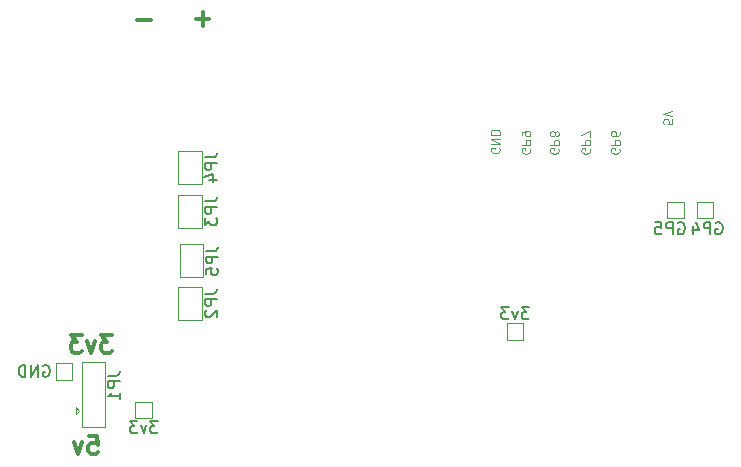
<source format=gbr>
%TF.GenerationSoftware,KiCad,Pcbnew,(5.1.9)-1*%
%TF.CreationDate,2021-03-27T00:23:18-04:00*%
%TF.ProjectId,Smart_Reciever_Max,536d6172-745f-4526-9563-69657665725f,v2*%
%TF.SameCoordinates,Original*%
%TF.FileFunction,Legend,Bot*%
%TF.FilePolarity,Positive*%
%FSLAX46Y46*%
G04 Gerber Fmt 4.6, Leading zero omitted, Abs format (unit mm)*
G04 Created by KiCad (PCBNEW (5.1.9)-1) date 2021-03-27 00:23:18*
%MOMM*%
%LPD*%
G01*
G04 APERTURE LIST*
%ADD10C,0.100000*%
%ADD11C,0.300000*%
%ADD12C,0.120000*%
%ADD13C,0.150000*%
G04 APERTURE END LIST*
D10*
X163975000Y-71635714D02*
X164010714Y-71707142D01*
X164010714Y-71814285D01*
X163975000Y-71921428D01*
X163903571Y-71992857D01*
X163832142Y-72028571D01*
X163689285Y-72064285D01*
X163582142Y-72064285D01*
X163439285Y-72028571D01*
X163367857Y-71992857D01*
X163296428Y-71921428D01*
X163260714Y-71814285D01*
X163260714Y-71742857D01*
X163296428Y-71635714D01*
X163332142Y-71600000D01*
X163582142Y-71600000D01*
X163582142Y-71742857D01*
X163260714Y-71278571D02*
X164010714Y-71278571D01*
X164010714Y-70992857D01*
X163975000Y-70921428D01*
X163939285Y-70885714D01*
X163867857Y-70850000D01*
X163760714Y-70850000D01*
X163689285Y-70885714D01*
X163653571Y-70921428D01*
X163617857Y-70992857D01*
X163617857Y-71278571D01*
X163260714Y-70492857D02*
X163260714Y-70350000D01*
X163296428Y-70278571D01*
X163332142Y-70242857D01*
X163439285Y-70171428D01*
X163582142Y-70135714D01*
X163867857Y-70135714D01*
X163939285Y-70171428D01*
X163975000Y-70207142D01*
X164010714Y-70278571D01*
X164010714Y-70421428D01*
X163975000Y-70492857D01*
X163939285Y-70528571D01*
X163867857Y-70564285D01*
X163689285Y-70564285D01*
X163617857Y-70528571D01*
X163582142Y-70492857D01*
X163546428Y-70421428D01*
X163546428Y-70278571D01*
X163582142Y-70207142D01*
X163617857Y-70171428D01*
X163689285Y-70135714D01*
X166375000Y-71635714D02*
X166410714Y-71707142D01*
X166410714Y-71814285D01*
X166375000Y-71921428D01*
X166303571Y-71992857D01*
X166232142Y-72028571D01*
X166089285Y-72064285D01*
X165982142Y-72064285D01*
X165839285Y-72028571D01*
X165767857Y-71992857D01*
X165696428Y-71921428D01*
X165660714Y-71814285D01*
X165660714Y-71742857D01*
X165696428Y-71635714D01*
X165732142Y-71600000D01*
X165982142Y-71600000D01*
X165982142Y-71742857D01*
X165660714Y-71278571D02*
X166410714Y-71278571D01*
X166410714Y-70992857D01*
X166375000Y-70921428D01*
X166339285Y-70885714D01*
X166267857Y-70850000D01*
X166160714Y-70850000D01*
X166089285Y-70885714D01*
X166053571Y-70921428D01*
X166017857Y-70992857D01*
X166017857Y-71278571D01*
X166089285Y-70421428D02*
X166125000Y-70492857D01*
X166160714Y-70528571D01*
X166232142Y-70564285D01*
X166267857Y-70564285D01*
X166339285Y-70528571D01*
X166375000Y-70492857D01*
X166410714Y-70421428D01*
X166410714Y-70278571D01*
X166375000Y-70207142D01*
X166339285Y-70171428D01*
X166267857Y-70135714D01*
X166232142Y-70135714D01*
X166160714Y-70171428D01*
X166125000Y-70207142D01*
X166089285Y-70278571D01*
X166089285Y-70421428D01*
X166053571Y-70492857D01*
X166017857Y-70528571D01*
X165946428Y-70564285D01*
X165803571Y-70564285D01*
X165732142Y-70528571D01*
X165696428Y-70492857D01*
X165660714Y-70421428D01*
X165660714Y-70278571D01*
X165696428Y-70207142D01*
X165732142Y-70171428D01*
X165803571Y-70135714D01*
X165946428Y-70135714D01*
X166017857Y-70171428D01*
X166053571Y-70207142D01*
X166089285Y-70278571D01*
X171525000Y-71635714D02*
X171560714Y-71707142D01*
X171560714Y-71814285D01*
X171525000Y-71921428D01*
X171453571Y-71992857D01*
X171382142Y-72028571D01*
X171239285Y-72064285D01*
X171132142Y-72064285D01*
X170989285Y-72028571D01*
X170917857Y-71992857D01*
X170846428Y-71921428D01*
X170810714Y-71814285D01*
X170810714Y-71742857D01*
X170846428Y-71635714D01*
X170882142Y-71600000D01*
X171132142Y-71600000D01*
X171132142Y-71742857D01*
X170810714Y-71278571D02*
X171560714Y-71278571D01*
X171560714Y-70992857D01*
X171525000Y-70921428D01*
X171489285Y-70885714D01*
X171417857Y-70850000D01*
X171310714Y-70850000D01*
X171239285Y-70885714D01*
X171203571Y-70921428D01*
X171167857Y-70992857D01*
X171167857Y-71278571D01*
X171560714Y-70207142D02*
X171560714Y-70350000D01*
X171525000Y-70421428D01*
X171489285Y-70457142D01*
X171382142Y-70528571D01*
X171239285Y-70564285D01*
X170953571Y-70564285D01*
X170882142Y-70528571D01*
X170846428Y-70492857D01*
X170810714Y-70421428D01*
X170810714Y-70278571D01*
X170846428Y-70207142D01*
X170882142Y-70171428D01*
X170953571Y-70135714D01*
X171132142Y-70135714D01*
X171203571Y-70171428D01*
X171239285Y-70207142D01*
X171275000Y-70278571D01*
X171275000Y-70421428D01*
X171239285Y-70492857D01*
X171203571Y-70528571D01*
X171132142Y-70564285D01*
X169025000Y-71635714D02*
X169060714Y-71707142D01*
X169060714Y-71814285D01*
X169025000Y-71921428D01*
X168953571Y-71992857D01*
X168882142Y-72028571D01*
X168739285Y-72064285D01*
X168632142Y-72064285D01*
X168489285Y-72028571D01*
X168417857Y-71992857D01*
X168346428Y-71921428D01*
X168310714Y-71814285D01*
X168310714Y-71742857D01*
X168346428Y-71635714D01*
X168382142Y-71600000D01*
X168632142Y-71600000D01*
X168632142Y-71742857D01*
X168310714Y-71278571D02*
X169060714Y-71278571D01*
X169060714Y-70992857D01*
X169025000Y-70921428D01*
X168989285Y-70885714D01*
X168917857Y-70850000D01*
X168810714Y-70850000D01*
X168739285Y-70885714D01*
X168703571Y-70921428D01*
X168667857Y-70992857D01*
X168667857Y-71278571D01*
X169060714Y-70600000D02*
X169060714Y-70100000D01*
X168310714Y-70421428D01*
X161375000Y-71571428D02*
X161410714Y-71642857D01*
X161410714Y-71750000D01*
X161375000Y-71857142D01*
X161303571Y-71928571D01*
X161232142Y-71964285D01*
X161089285Y-72000000D01*
X160982142Y-72000000D01*
X160839285Y-71964285D01*
X160767857Y-71928571D01*
X160696428Y-71857142D01*
X160660714Y-71750000D01*
X160660714Y-71678571D01*
X160696428Y-71571428D01*
X160732142Y-71535714D01*
X160982142Y-71535714D01*
X160982142Y-71678571D01*
X160660714Y-71214285D02*
X161410714Y-71214285D01*
X160660714Y-70785714D01*
X161410714Y-70785714D01*
X160660714Y-70428571D02*
X161410714Y-70428571D01*
X161410714Y-70250000D01*
X161375000Y-70142857D01*
X161303571Y-70071428D01*
X161232142Y-70035714D01*
X161089285Y-70000000D01*
X160982142Y-70000000D01*
X160839285Y-70035714D01*
X160767857Y-70071428D01*
X160696428Y-70142857D01*
X160660714Y-70250000D01*
X160660714Y-70428571D01*
X176010714Y-69142857D02*
X176010714Y-69500000D01*
X175653571Y-69535714D01*
X175689285Y-69500000D01*
X175725000Y-69428571D01*
X175725000Y-69250000D01*
X175689285Y-69178571D01*
X175653571Y-69142857D01*
X175582142Y-69107142D01*
X175403571Y-69107142D01*
X175332142Y-69142857D01*
X175296428Y-69178571D01*
X175260714Y-69250000D01*
X175260714Y-69428571D01*
X175296428Y-69500000D01*
X175332142Y-69535714D01*
X176010714Y-68892857D02*
X175260714Y-68642857D01*
X176010714Y-68392857D01*
D11*
X126614285Y-95978571D02*
X127328571Y-95978571D01*
X127400000Y-96692857D01*
X127328571Y-96621428D01*
X127185714Y-96550000D01*
X126828571Y-96550000D01*
X126685714Y-96621428D01*
X126614285Y-96692857D01*
X126542857Y-96835714D01*
X126542857Y-97192857D01*
X126614285Y-97335714D01*
X126685714Y-97407142D01*
X126828571Y-97478571D01*
X127185714Y-97478571D01*
X127328571Y-97407142D01*
X127400000Y-97335714D01*
X126042857Y-96478571D02*
X125685714Y-97478571D01*
X125328571Y-96478571D01*
X128585714Y-87378571D02*
X127657142Y-87378571D01*
X128157142Y-87950000D01*
X127942857Y-87950000D01*
X127800000Y-88021428D01*
X127728571Y-88092857D01*
X127657142Y-88235714D01*
X127657142Y-88592857D01*
X127728571Y-88735714D01*
X127800000Y-88807142D01*
X127942857Y-88878571D01*
X128371428Y-88878571D01*
X128514285Y-88807142D01*
X128585714Y-88735714D01*
X127157142Y-87878571D02*
X126800000Y-88878571D01*
X126442857Y-87878571D01*
X126014285Y-87378571D02*
X125085714Y-87378571D01*
X125585714Y-87950000D01*
X125371428Y-87950000D01*
X125228571Y-88021428D01*
X125157142Y-88092857D01*
X125085714Y-88235714D01*
X125085714Y-88592857D01*
X125157142Y-88735714D01*
X125228571Y-88807142D01*
X125371428Y-88878571D01*
X125800000Y-88878571D01*
X125942857Y-88807142D01*
X126014285Y-88735714D01*
X130728571Y-60692857D02*
X131871428Y-60692857D01*
X135678571Y-60642857D02*
X136821428Y-60642857D01*
X136250000Y-60071428D02*
X136250000Y-61214285D01*
D12*
%TO.C,TP5*%
X123800000Y-91200000D02*
X125200000Y-91200000D01*
X125200000Y-91200000D02*
X125200000Y-89800000D01*
X125200000Y-89800000D02*
X123800000Y-89800000D01*
X123800000Y-89800000D02*
X123800000Y-91200000D01*
%TO.C,TP4*%
X130550000Y-94450000D02*
X131950000Y-94450000D01*
X131950000Y-94450000D02*
X131950000Y-93050000D01*
X131950000Y-93050000D02*
X130550000Y-93050000D01*
X130550000Y-93050000D02*
X130550000Y-94450000D01*
%TO.C,TP3*%
X163400000Y-86400000D02*
X162000000Y-86400000D01*
X162000000Y-86400000D02*
X162000000Y-87800000D01*
X162000000Y-87800000D02*
X163400000Y-87800000D01*
X163400000Y-87800000D02*
X163400000Y-86400000D01*
%TO.C,TP2*%
X175600000Y-77500000D02*
X177000000Y-77500000D01*
X177000000Y-77500000D02*
X177000000Y-76100000D01*
X177000000Y-76100000D02*
X175600000Y-76100000D01*
X175600000Y-76100000D02*
X175600000Y-77500000D01*
%TO.C,TP1*%
X178100000Y-77500000D02*
X179500000Y-77500000D01*
X179500000Y-77500000D02*
X179500000Y-76100000D01*
X179500000Y-76100000D02*
X178100000Y-76100000D01*
X178100000Y-76100000D02*
X178100000Y-77500000D01*
%TO.C,JP5*%
X134300000Y-82525000D02*
X136300000Y-82525000D01*
X134300000Y-79725000D02*
X134300000Y-82525000D01*
X136300000Y-79725000D02*
X134300000Y-79725000D01*
X136300000Y-82525000D02*
X136300000Y-79725000D01*
%TO.C,JP4*%
X134200000Y-74600000D02*
X136200000Y-74600000D01*
X134200000Y-71800000D02*
X134200000Y-74600000D01*
X136200000Y-71800000D02*
X134200000Y-71800000D01*
X136200000Y-74600000D02*
X136200000Y-71800000D01*
%TO.C,JP3*%
X134200000Y-78325000D02*
X136200000Y-78325000D01*
X134200000Y-75525000D02*
X134200000Y-78325000D01*
X136200000Y-75525000D02*
X134200000Y-75525000D01*
X136200000Y-78325000D02*
X136200000Y-75525000D01*
%TO.C,JP2*%
X134200000Y-86125000D02*
X136200000Y-86125000D01*
X134200000Y-83325000D02*
X134200000Y-86125000D01*
X136200000Y-83325000D02*
X134200000Y-83325000D01*
X136200000Y-86125000D02*
X136200000Y-83325000D01*
%TO.C,JP1*%
X125500000Y-93500000D02*
X125800000Y-93800000D01*
X125500000Y-94100000D02*
X125500000Y-93500000D01*
X125800000Y-93800000D02*
X125500000Y-94100000D01*
X126050000Y-95150000D02*
X128000000Y-95150000D01*
X126050000Y-89650000D02*
X126050000Y-95150000D01*
X128000000Y-89650000D02*
X126050000Y-89650000D01*
X128000000Y-95150000D02*
X128000000Y-89650000D01*
%TO.C,TP5*%
D13*
X122761904Y-90000000D02*
X122857142Y-89952380D01*
X123000000Y-89952380D01*
X123142857Y-90000000D01*
X123238095Y-90095238D01*
X123285714Y-90190476D01*
X123333333Y-90380952D01*
X123333333Y-90523809D01*
X123285714Y-90714285D01*
X123238095Y-90809523D01*
X123142857Y-90904761D01*
X123000000Y-90952380D01*
X122904761Y-90952380D01*
X122761904Y-90904761D01*
X122714285Y-90857142D01*
X122714285Y-90523809D01*
X122904761Y-90523809D01*
X122285714Y-90952380D02*
X122285714Y-89952380D01*
X121714285Y-90952380D01*
X121714285Y-89952380D01*
X121238095Y-90952380D02*
X121238095Y-89952380D01*
X121000000Y-89952380D01*
X120857142Y-90000000D01*
X120761904Y-90095238D01*
X120714285Y-90190476D01*
X120666666Y-90380952D01*
X120666666Y-90523809D01*
X120714285Y-90714285D01*
X120761904Y-90809523D01*
X120857142Y-90904761D01*
X121000000Y-90952380D01*
X121238095Y-90952380D01*
%TO.C,TP4*%
X132440476Y-94702380D02*
X131821428Y-94702380D01*
X132154761Y-95083333D01*
X132011904Y-95083333D01*
X131916666Y-95130952D01*
X131869047Y-95178571D01*
X131821428Y-95273809D01*
X131821428Y-95511904D01*
X131869047Y-95607142D01*
X131916666Y-95654761D01*
X132011904Y-95702380D01*
X132297619Y-95702380D01*
X132392857Y-95654761D01*
X132440476Y-95607142D01*
X131488095Y-95035714D02*
X131250000Y-95702380D01*
X131011904Y-95035714D01*
X130726190Y-94702380D02*
X130107142Y-94702380D01*
X130440476Y-95083333D01*
X130297619Y-95083333D01*
X130202380Y-95130952D01*
X130154761Y-95178571D01*
X130107142Y-95273809D01*
X130107142Y-95511904D01*
X130154761Y-95607142D01*
X130202380Y-95654761D01*
X130297619Y-95702380D01*
X130583333Y-95702380D01*
X130678571Y-95654761D01*
X130726190Y-95607142D01*
%TO.C,TP3*%
X163890476Y-85052380D02*
X163271428Y-85052380D01*
X163604761Y-85433333D01*
X163461904Y-85433333D01*
X163366666Y-85480952D01*
X163319047Y-85528571D01*
X163271428Y-85623809D01*
X163271428Y-85861904D01*
X163319047Y-85957142D01*
X163366666Y-86004761D01*
X163461904Y-86052380D01*
X163747619Y-86052380D01*
X163842857Y-86004761D01*
X163890476Y-85957142D01*
X162938095Y-85385714D02*
X162700000Y-86052380D01*
X162461904Y-85385714D01*
X162176190Y-85052380D02*
X161557142Y-85052380D01*
X161890476Y-85433333D01*
X161747619Y-85433333D01*
X161652380Y-85480952D01*
X161604761Y-85528571D01*
X161557142Y-85623809D01*
X161557142Y-85861904D01*
X161604761Y-85957142D01*
X161652380Y-86004761D01*
X161747619Y-86052380D01*
X162033333Y-86052380D01*
X162128571Y-86004761D01*
X162176190Y-85957142D01*
%TO.C,TP2*%
X176514285Y-77900000D02*
X176609523Y-77852380D01*
X176752380Y-77852380D01*
X176895238Y-77900000D01*
X176990476Y-77995238D01*
X177038095Y-78090476D01*
X177085714Y-78280952D01*
X177085714Y-78423809D01*
X177038095Y-78614285D01*
X176990476Y-78709523D01*
X176895238Y-78804761D01*
X176752380Y-78852380D01*
X176657142Y-78852380D01*
X176514285Y-78804761D01*
X176466666Y-78757142D01*
X176466666Y-78423809D01*
X176657142Y-78423809D01*
X176038095Y-78852380D02*
X176038095Y-77852380D01*
X175657142Y-77852380D01*
X175561904Y-77900000D01*
X175514285Y-77947619D01*
X175466666Y-78042857D01*
X175466666Y-78185714D01*
X175514285Y-78280952D01*
X175561904Y-78328571D01*
X175657142Y-78376190D01*
X176038095Y-78376190D01*
X174561904Y-77852380D02*
X175038095Y-77852380D01*
X175085714Y-78328571D01*
X175038095Y-78280952D01*
X174942857Y-78233333D01*
X174704761Y-78233333D01*
X174609523Y-78280952D01*
X174561904Y-78328571D01*
X174514285Y-78423809D01*
X174514285Y-78661904D01*
X174561904Y-78757142D01*
X174609523Y-78804761D01*
X174704761Y-78852380D01*
X174942857Y-78852380D01*
X175038095Y-78804761D01*
X175085714Y-78757142D01*
%TO.C,TP1*%
X179714285Y-77900000D02*
X179809523Y-77852380D01*
X179952380Y-77852380D01*
X180095238Y-77900000D01*
X180190476Y-77995238D01*
X180238095Y-78090476D01*
X180285714Y-78280952D01*
X180285714Y-78423809D01*
X180238095Y-78614285D01*
X180190476Y-78709523D01*
X180095238Y-78804761D01*
X179952380Y-78852380D01*
X179857142Y-78852380D01*
X179714285Y-78804761D01*
X179666666Y-78757142D01*
X179666666Y-78423809D01*
X179857142Y-78423809D01*
X179238095Y-78852380D02*
X179238095Y-77852380D01*
X178857142Y-77852380D01*
X178761904Y-77900000D01*
X178714285Y-77947619D01*
X178666666Y-78042857D01*
X178666666Y-78185714D01*
X178714285Y-78280952D01*
X178761904Y-78328571D01*
X178857142Y-78376190D01*
X179238095Y-78376190D01*
X177809523Y-78185714D02*
X177809523Y-78852380D01*
X178047619Y-77804761D02*
X178285714Y-78519047D01*
X177666666Y-78519047D01*
%TO.C,JP5*%
X136552380Y-80291666D02*
X137266666Y-80291666D01*
X137409523Y-80244047D01*
X137504761Y-80148809D01*
X137552380Y-80005952D01*
X137552380Y-79910714D01*
X137552380Y-80767857D02*
X136552380Y-80767857D01*
X136552380Y-81148809D01*
X136600000Y-81244047D01*
X136647619Y-81291666D01*
X136742857Y-81339285D01*
X136885714Y-81339285D01*
X136980952Y-81291666D01*
X137028571Y-81244047D01*
X137076190Y-81148809D01*
X137076190Y-80767857D01*
X136552380Y-82244047D02*
X136552380Y-81767857D01*
X137028571Y-81720238D01*
X136980952Y-81767857D01*
X136933333Y-81863095D01*
X136933333Y-82101190D01*
X136980952Y-82196428D01*
X137028571Y-82244047D01*
X137123809Y-82291666D01*
X137361904Y-82291666D01*
X137457142Y-82244047D01*
X137504761Y-82196428D01*
X137552380Y-82101190D01*
X137552380Y-81863095D01*
X137504761Y-81767857D01*
X137457142Y-81720238D01*
%TO.C,JP4*%
X136452380Y-72366666D02*
X137166666Y-72366666D01*
X137309523Y-72319047D01*
X137404761Y-72223809D01*
X137452380Y-72080952D01*
X137452380Y-71985714D01*
X137452380Y-72842857D02*
X136452380Y-72842857D01*
X136452380Y-73223809D01*
X136500000Y-73319047D01*
X136547619Y-73366666D01*
X136642857Y-73414285D01*
X136785714Y-73414285D01*
X136880952Y-73366666D01*
X136928571Y-73319047D01*
X136976190Y-73223809D01*
X136976190Y-72842857D01*
X136785714Y-74271428D02*
X137452380Y-74271428D01*
X136404761Y-74033333D02*
X137119047Y-73795238D01*
X137119047Y-74414285D01*
%TO.C,JP3*%
X136452380Y-76091666D02*
X137166666Y-76091666D01*
X137309523Y-76044047D01*
X137404761Y-75948809D01*
X137452380Y-75805952D01*
X137452380Y-75710714D01*
X137452380Y-76567857D02*
X136452380Y-76567857D01*
X136452380Y-76948809D01*
X136500000Y-77044047D01*
X136547619Y-77091666D01*
X136642857Y-77139285D01*
X136785714Y-77139285D01*
X136880952Y-77091666D01*
X136928571Y-77044047D01*
X136976190Y-76948809D01*
X136976190Y-76567857D01*
X136452380Y-77472619D02*
X136452380Y-78091666D01*
X136833333Y-77758333D01*
X136833333Y-77901190D01*
X136880952Y-77996428D01*
X136928571Y-78044047D01*
X137023809Y-78091666D01*
X137261904Y-78091666D01*
X137357142Y-78044047D01*
X137404761Y-77996428D01*
X137452380Y-77901190D01*
X137452380Y-77615476D01*
X137404761Y-77520238D01*
X137357142Y-77472619D01*
%TO.C,JP2*%
X136452380Y-83891666D02*
X137166666Y-83891666D01*
X137309523Y-83844047D01*
X137404761Y-83748809D01*
X137452380Y-83605952D01*
X137452380Y-83510714D01*
X137452380Y-84367857D02*
X136452380Y-84367857D01*
X136452380Y-84748809D01*
X136500000Y-84844047D01*
X136547619Y-84891666D01*
X136642857Y-84939285D01*
X136785714Y-84939285D01*
X136880952Y-84891666D01*
X136928571Y-84844047D01*
X136976190Y-84748809D01*
X136976190Y-84367857D01*
X136547619Y-85320238D02*
X136500000Y-85367857D01*
X136452380Y-85463095D01*
X136452380Y-85701190D01*
X136500000Y-85796428D01*
X136547619Y-85844047D01*
X136642857Y-85891666D01*
X136738095Y-85891666D01*
X136880952Y-85844047D01*
X137452380Y-85272619D01*
X137452380Y-85891666D01*
%TO.C,JP1*%
X128227380Y-90841666D02*
X128941666Y-90841666D01*
X129084523Y-90794047D01*
X129179761Y-90698809D01*
X129227380Y-90555952D01*
X129227380Y-90460714D01*
X129227380Y-91317857D02*
X128227380Y-91317857D01*
X128227380Y-91698809D01*
X128275000Y-91794047D01*
X128322619Y-91841666D01*
X128417857Y-91889285D01*
X128560714Y-91889285D01*
X128655952Y-91841666D01*
X128703571Y-91794047D01*
X128751190Y-91698809D01*
X128751190Y-91317857D01*
X129227380Y-92841666D02*
X129227380Y-92270238D01*
X129227380Y-92555952D02*
X128227380Y-92555952D01*
X128370238Y-92460714D01*
X128465476Y-92365476D01*
X128513095Y-92270238D01*
%TD*%
M02*

</source>
